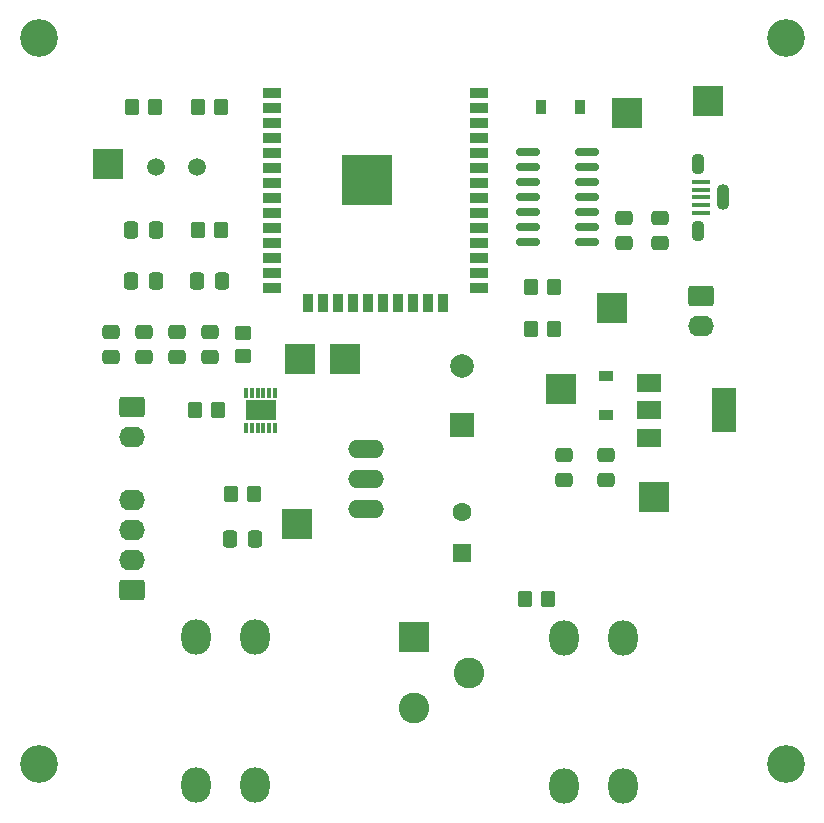
<source format=gts>
G04 #@! TF.GenerationSoftware,KiCad,Pcbnew,(6.0.10-0)*
G04 #@! TF.CreationDate,2023-03-07T16:22:59-06:00*
G04 #@! TF.ProjectId,v0.0,76302e30-2e6b-4696-9361-645f70636258,rev?*
G04 #@! TF.SameCoordinates,Original*
G04 #@! TF.FileFunction,Soldermask,Top*
G04 #@! TF.FilePolarity,Negative*
%FSLAX46Y46*%
G04 Gerber Fmt 4.6, Leading zero omitted, Abs format (unit mm)*
G04 Created by KiCad (PCBNEW (6.0.10-0)) date 2023-03-07 16:22:59*
%MOMM*%
%LPD*%
G01*
G04 APERTURE LIST*
G04 Aperture macros list*
%AMRoundRect*
0 Rectangle with rounded corners*
0 $1 Rounding radius*
0 $2 $3 $4 $5 $6 $7 $8 $9 X,Y pos of 4 corners*
0 Add a 4 corners polygon primitive as box body*
4,1,4,$2,$3,$4,$5,$6,$7,$8,$9,$2,$3,0*
0 Add four circle primitives for the rounded corners*
1,1,$1+$1,$2,$3*
1,1,$1+$1,$4,$5*
1,1,$1+$1,$6,$7*
1,1,$1+$1,$8,$9*
0 Add four rect primitives between the rounded corners*
20,1,$1+$1,$2,$3,$4,$5,0*
20,1,$1+$1,$4,$5,$6,$7,0*
20,1,$1+$1,$6,$7,$8,$9,0*
20,1,$1+$1,$8,$9,$2,$3,0*%
G04 Aperture macros list end*
%ADD10RoundRect,0.250000X-0.350000X-0.450000X0.350000X-0.450000X0.350000X0.450000X-0.350000X0.450000X0*%
%ADD11RoundRect,0.250000X0.337500X0.475000X-0.337500X0.475000X-0.337500X-0.475000X0.337500X-0.475000X0*%
%ADD12R,2.500000X2.500000*%
%ADD13RoundRect,0.250000X0.845000X-0.620000X0.845000X0.620000X-0.845000X0.620000X-0.845000X-0.620000X0*%
%ADD14O,2.190000X1.740000*%
%ADD15RoundRect,0.250000X-0.475000X0.337500X-0.475000X-0.337500X0.475000X-0.337500X0.475000X0.337500X0*%
%ADD16O,2.500000X3.000000*%
%ADD17R,2.000000X2.000000*%
%ADD18C,2.000000*%
%ADD19RoundRect,0.150000X-0.825000X-0.150000X0.825000X-0.150000X0.825000X0.150000X-0.825000X0.150000X0*%
%ADD20C,3.200000*%
%ADD21RoundRect,0.250000X0.350000X0.450000X-0.350000X0.450000X-0.350000X-0.450000X0.350000X-0.450000X0*%
%ADD22R,0.900000X1.200000*%
%ADD23RoundRect,0.250000X-0.845000X0.620000X-0.845000X-0.620000X0.845000X-0.620000X0.845000X0.620000X0*%
%ADD24R,2.600000X2.600000*%
%ADD25C,2.600000*%
%ADD26O,3.048000X1.524000*%
%ADD27R,1.500000X0.900000*%
%ADD28R,0.900000X1.500000*%
%ADD29C,0.475000*%
%ADD30R,4.200000X4.200000*%
%ADD31R,1.200000X0.900000*%
%ADD32RoundRect,0.008100X0.126900X-0.411900X0.126900X0.411900X-0.126900X0.411900X-0.126900X-0.411900X0*%
%ADD33R,2.500000X1.700000*%
%ADD34R,1.600000X1.600000*%
%ADD35C,1.600000*%
%ADD36R,2.000000X1.500000*%
%ADD37R,2.000000X3.800000*%
%ADD38RoundRect,0.250000X0.450000X-0.350000X0.450000X0.350000X-0.450000X0.350000X-0.450000X-0.350000X0*%
%ADD39R,1.500000X0.450000*%
%ADD40O,1.100000X1.800000*%
%ADD41O,1.100000X2.200000*%
%ADD42C,1.500000*%
G04 APERTURE END LIST*
D10*
X160004000Y-102108000D03*
X158004000Y-102108000D03*
D11*
X135149500Y-97028000D03*
X133074500Y-97028000D03*
D10*
X130318000Y-70866000D03*
X132318000Y-70866000D03*
D12*
X161036000Y-84328000D03*
D13*
X124734000Y-101346000D03*
D14*
X124734000Y-98806000D03*
X124734000Y-96266000D03*
X124734000Y-93726000D03*
D15*
X164846000Y-89894500D03*
X164846000Y-91969500D03*
X166370000Y-69828500D03*
X166370000Y-71903500D03*
X128524000Y-79480500D03*
X128524000Y-81555500D03*
D16*
X130208000Y-117810000D03*
X130208000Y-105310000D03*
X135208000Y-117810000D03*
X135208000Y-105310000D03*
D17*
X152654000Y-87376000D03*
D18*
X152654000Y-82376000D03*
D12*
X173482000Y-59944000D03*
X138938000Y-81788000D03*
D19*
X158307000Y-64262000D03*
X158307000Y-65532000D03*
X158307000Y-66802000D03*
X158307000Y-68072000D03*
X158307000Y-69342000D03*
X158307000Y-70612000D03*
X158307000Y-71882000D03*
X163257000Y-71882000D03*
X163257000Y-70612000D03*
X163257000Y-69342000D03*
X163257000Y-68072000D03*
X163257000Y-66802000D03*
X163257000Y-65532000D03*
X163257000Y-64262000D03*
D15*
X122936000Y-79480500D03*
X122936000Y-81555500D03*
D12*
X166624000Y-60960000D03*
D20*
X180086000Y-54610000D03*
D21*
X132064000Y-86106000D03*
X130064000Y-86106000D03*
D15*
X169418000Y-69828500D03*
X169418000Y-71903500D03*
D16*
X161330000Y-105372000D03*
X161330000Y-117872000D03*
X166330000Y-105372000D03*
X166330000Y-117872000D03*
D22*
X159386000Y-60452000D03*
X162686000Y-60452000D03*
D21*
X160512000Y-75692000D03*
X158512000Y-75692000D03*
D23*
X172954000Y-76454000D03*
D14*
X172954000Y-78994000D03*
D11*
X132355500Y-75184000D03*
X130280500Y-75184000D03*
D15*
X161290000Y-89894500D03*
X161290000Y-91969500D03*
D11*
X126767500Y-75184000D03*
X124692500Y-75184000D03*
D24*
X148602000Y-105306000D03*
D25*
X148602000Y-111306000D03*
X153302000Y-108306000D03*
D12*
X165354000Y-77470000D03*
D26*
X144526000Y-91948000D03*
X144526000Y-94488000D03*
X144526000Y-89408000D03*
D21*
X135112000Y-93218000D03*
X133112000Y-93218000D03*
D10*
X130318000Y-60452000D03*
X132318000Y-60452000D03*
D27*
X136600000Y-59265000D03*
X136600000Y-60535000D03*
X136600000Y-61805000D03*
X136600000Y-63075000D03*
X136600000Y-64345000D03*
X136600000Y-65615000D03*
X136600000Y-66885000D03*
X136600000Y-68155000D03*
X136600000Y-69425000D03*
X136600000Y-70695000D03*
X136600000Y-71965000D03*
X136600000Y-73235000D03*
X136600000Y-74505000D03*
X136600000Y-75775000D03*
D28*
X139640000Y-77025000D03*
X140910000Y-77025000D03*
X142180000Y-77025000D03*
X143450000Y-77025000D03*
X144720000Y-77025000D03*
X145990000Y-77025000D03*
X147260000Y-77025000D03*
X148530000Y-77025000D03*
X149800000Y-77025000D03*
X151070000Y-77025000D03*
D27*
X154100000Y-75775000D03*
X154100000Y-74505000D03*
X154100000Y-73235000D03*
X154100000Y-71965000D03*
X154100000Y-70695000D03*
X154100000Y-69425000D03*
X154100000Y-68155000D03*
X154100000Y-66885000D03*
X154100000Y-65615000D03*
X154100000Y-64345000D03*
X154100000Y-63075000D03*
X154100000Y-61805000D03*
X154100000Y-60535000D03*
X154100000Y-59265000D03*
D29*
X143907500Y-68130000D03*
X145432500Y-65080000D03*
X146195000Y-65842500D03*
X143145000Y-65842500D03*
D30*
X144670000Y-66605000D03*
D29*
X145432500Y-68130000D03*
X143907500Y-65080000D03*
X143145000Y-67367500D03*
X145432500Y-66605000D03*
X144670000Y-65842500D03*
X143907500Y-66605000D03*
X146195000Y-67367500D03*
X144670000Y-67367500D03*
D15*
X125730000Y-79480500D03*
X125730000Y-81555500D03*
D21*
X160512000Y-79248000D03*
X158512000Y-79248000D03*
D12*
X122682000Y-65278000D03*
X168910000Y-93472000D03*
D31*
X164846000Y-83186000D03*
X164846000Y-86486000D03*
D32*
X134386000Y-87551000D03*
X134886000Y-87551000D03*
X135386000Y-87551000D03*
X135886000Y-87551000D03*
X136386000Y-87551000D03*
X136886000Y-87551000D03*
X136886000Y-84661000D03*
X136386000Y-84661000D03*
X135886000Y-84661000D03*
X135386000Y-84661000D03*
X134886000Y-84661000D03*
X134386000Y-84661000D03*
D33*
X135636000Y-86106000D03*
D20*
X180086000Y-116078000D03*
D21*
X126730000Y-60452000D03*
X124730000Y-60452000D03*
D20*
X116840000Y-116078000D03*
D34*
X152654000Y-98172651D03*
D35*
X152654000Y-94672651D03*
D12*
X138684000Y-95758000D03*
D36*
X168554000Y-83806000D03*
X168554000Y-86106000D03*
X168554000Y-88406000D03*
D37*
X174854000Y-86106000D03*
D12*
X142748000Y-81788000D03*
D23*
X124714000Y-85852000D03*
D14*
X124714000Y-88392000D03*
D20*
X116840000Y-54610000D03*
D11*
X126767500Y-70866000D03*
X124692500Y-70866000D03*
D15*
X131318000Y-79480500D03*
X131318000Y-81555500D03*
D38*
X134112000Y-81518000D03*
X134112000Y-79518000D03*
D39*
X172911000Y-69372000D03*
X172911000Y-68722000D03*
X172911000Y-68072000D03*
X172911000Y-67422000D03*
X172911000Y-66772000D03*
D40*
X172661000Y-70872000D03*
X172661000Y-65272000D03*
D41*
X174811000Y-68072000D03*
D42*
X126824000Y-65532000D03*
X130224000Y-65532000D03*
M02*

</source>
